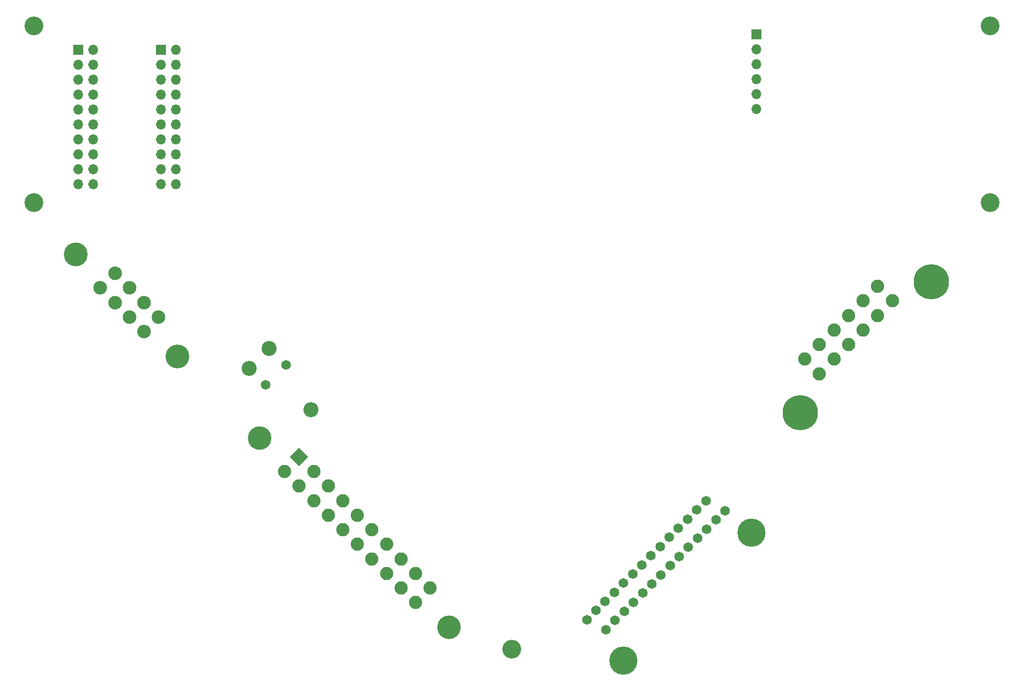
<source format=gbr>
%TF.GenerationSoftware,KiCad,Pcbnew,8.0.3*%
%TF.CreationDate,2025-01-15T13:42:05-05:00*%
%TF.ProjectId,EIM,45494d2e-6b69-4636-9164-5f7063625858,rev?*%
%TF.SameCoordinates,Original*%
%TF.FileFunction,Soldermask,Bot*%
%TF.FilePolarity,Negative*%
%FSLAX46Y46*%
G04 Gerber Fmt 4.6, Leading zero omitted, Abs format (unit mm)*
G04 Created by KiCad (PCBNEW 8.0.3) date 2025-01-15 13:42:05*
%MOMM*%
%LPD*%
G01*
G04 APERTURE LIST*
G04 Aperture macros list*
%AMRotRect*
0 Rectangle, with rotation*
0 The origin of the aperture is its center*
0 $1 length*
0 $2 width*
0 $3 Rotation angle, in degrees counterclockwise*
0 Add horizontal line*
21,1,$1,$2,0,0,$3*%
G04 Aperture macros list end*
%ADD10R,1.700000X1.700000*%
%ADD11O,1.700000X1.700000*%
%ADD12C,2.550000*%
%ADD13C,1.650000*%
%ADD14C,3.200000*%
%ADD15C,4.000000*%
%ADD16RotRect,2.250000X2.250000X315.000000*%
%ADD17C,2.250000*%
%ADD18C,4.050000*%
%ADD19C,2.310000*%
%ADD20C,4.800000*%
%ADD21C,6.000000*%
G04 APERTURE END LIST*
D10*
%TO.C,J5*%
X39660000Y-72820000D03*
D11*
X42200000Y-72820000D03*
X39660000Y-75360000D03*
X42200000Y-75360000D03*
X39660000Y-77900000D03*
X42200000Y-77900000D03*
X39660000Y-80440000D03*
X42200000Y-80440000D03*
X39660000Y-82980000D03*
X42200000Y-82980000D03*
X39660000Y-85520000D03*
X42200000Y-85520000D03*
X39660000Y-88060000D03*
X42200000Y-88060000D03*
X39660000Y-90600000D03*
X42200000Y-90600000D03*
X39660000Y-93140000D03*
X42200000Y-93140000D03*
X39660000Y-95680000D03*
X42200000Y-95680000D03*
%TD*%
D12*
%TO.C,K1*%
X79130249Y-134030249D03*
D13*
X74887608Y-126393496D03*
D12*
X72059181Y-123565069D03*
X68665069Y-126959181D03*
D13*
X71493496Y-129787608D03*
%TD*%
D14*
%TO.C,REF\u002A\u002A*%
X194571930Y-68750000D03*
%TD*%
%TO.C,REF\u002A\u002A*%
X113321930Y-174750000D03*
%TD*%
%TO.C,REF\u002A\u002A*%
X32071930Y-98750000D03*
%TD*%
%TO.C,REF\u002A\u002A*%
X194571930Y-98750000D03*
%TD*%
D10*
%TO.C,J6*%
X53660000Y-72760000D03*
D11*
X56200000Y-72760000D03*
X53660000Y-75300000D03*
X56200000Y-75300000D03*
X53660000Y-77840000D03*
X56200000Y-77840000D03*
X53660000Y-80380000D03*
X56200000Y-80380000D03*
X53660000Y-82920000D03*
X56200000Y-82920000D03*
X53660000Y-85460000D03*
X56200000Y-85460000D03*
X53660000Y-88000000D03*
X56200000Y-88000000D03*
X53660000Y-90540000D03*
X56200000Y-90540000D03*
X53660000Y-93080000D03*
X56200000Y-93080000D03*
X53660000Y-95620000D03*
X56200000Y-95620000D03*
%TD*%
D10*
%TO.C,J8*%
X154850000Y-70135000D03*
D11*
X154850000Y-72675000D03*
X154850000Y-75215000D03*
X154850000Y-77755000D03*
X154850000Y-80295000D03*
X154850000Y-82835000D03*
%TD*%
D15*
%TO.C,J4*%
X70463033Y-138835539D03*
X102636391Y-171008898D03*
D16*
X77152263Y-142045804D03*
D17*
X79627137Y-144520678D03*
X82102010Y-146995551D03*
X84576884Y-149470425D03*
X87051758Y-151945299D03*
X89526632Y-154420173D03*
X92001505Y-156895046D03*
X94476379Y-159369920D03*
X96951253Y-161844794D03*
X99426127Y-164319668D03*
X74677389Y-144520678D03*
X77152263Y-146995551D03*
X79627137Y-149470425D03*
X82102010Y-151945299D03*
X84576884Y-154420173D03*
X87051758Y-156895046D03*
X89526632Y-159369920D03*
X92001505Y-161844794D03*
X94476379Y-164319668D03*
X96951253Y-166794541D03*
%TD*%
D18*
%TO.C,J3*%
X39173737Y-107615167D03*
X56497853Y-124939283D03*
D19*
X45862967Y-110825432D03*
X48337841Y-113300306D03*
X50812714Y-115775179D03*
X53287588Y-118250053D03*
X43388093Y-113300306D03*
X45862967Y-115775179D03*
X48337841Y-118250053D03*
X50812714Y-120724927D03*
%TD*%
D13*
%TO.C,J1*%
X146261359Y-149493993D03*
X144705724Y-151049628D03*
X143150089Y-152605263D03*
X141594454Y-154160898D03*
X140038819Y-155716533D03*
X138483184Y-157272168D03*
X136927549Y-158827803D03*
X135371915Y-160383437D03*
X133816280Y-161939072D03*
X132260645Y-163494707D03*
X130705010Y-165050342D03*
X129149375Y-166605977D03*
X127593740Y-168161612D03*
X126038105Y-169717247D03*
X149514050Y-151191049D03*
X147958415Y-152746684D03*
X146402780Y-154302319D03*
X144847145Y-155857954D03*
X143291511Y-157413589D03*
X141735876Y-158969224D03*
X140180241Y-160524859D03*
X138624606Y-162080494D03*
X137068971Y-163636129D03*
X135513336Y-165191764D03*
X133957701Y-166747398D03*
X132402066Y-168303033D03*
X130846431Y-169858668D03*
X129290796Y-171414303D03*
D20*
X132260645Y-176646893D03*
X153968823Y-154938715D03*
%TD*%
D14*
%TO.C,REF\u002A\u002A*%
X32071930Y-68750000D03*
%TD*%
D17*
%TO.C,J2*%
X163075884Y-125402186D03*
X165550758Y-122927312D03*
X168025631Y-120452438D03*
X170500505Y-117977565D03*
X172975379Y-115502691D03*
X175450253Y-113027817D03*
X165550758Y-127877060D03*
X168025631Y-125402186D03*
X170500505Y-122927312D03*
X172975379Y-120452438D03*
X175450253Y-117977565D03*
X177925126Y-115502691D03*
D21*
X184571930Y-112250000D03*
X162298066Y-134523863D03*
%TD*%
M02*

</source>
